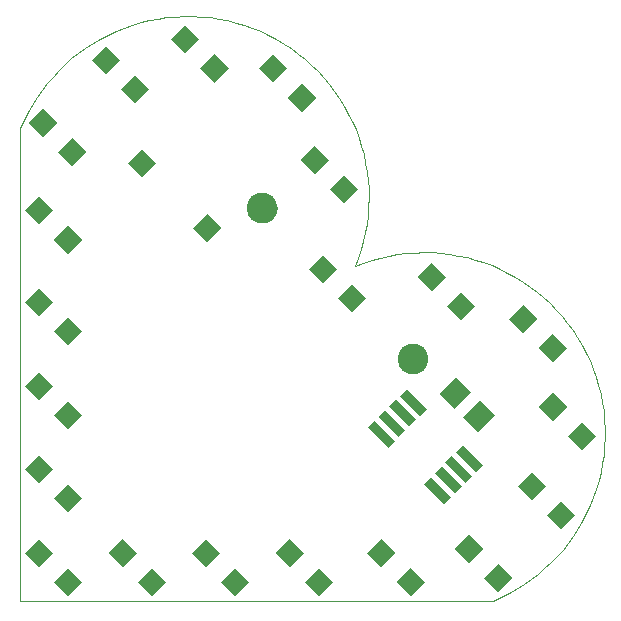
<source format=gbs>
G75*
G70*
%OFA0B0*%
%FSLAX24Y24*%
%IPPOS*%
%LPD*%
%AMOC8*
5,1,8,0,0,1.08239X$1,22.5*
%
%ADD10C,0.0000*%
%ADD11C,0.1025*%
%ADD12R,0.0671X0.0671*%
%ADD13R,0.0710X0.0789*%
%ADD14R,0.0320X0.0950*%
D10*
X009756Y010038D02*
X025504Y010038D01*
X025771Y010155D01*
X026032Y010285D01*
X026287Y010428D01*
X026534Y010582D01*
X026773Y010749D01*
X027005Y010927D01*
X027227Y011115D01*
X027440Y011315D01*
X027643Y011524D01*
X027835Y011743D01*
X028017Y011971D01*
X028188Y012207D01*
X028347Y012452D01*
X028494Y012704D01*
X028629Y012962D01*
X028751Y013227D01*
X028860Y013498D01*
X028956Y013773D01*
X029038Y014053D01*
X029107Y014336D01*
X029162Y014622D01*
X029203Y014911D01*
X029231Y015201D01*
X029244Y015493D01*
X029243Y015784D01*
X029228Y016076D01*
X029199Y016366D01*
X029156Y016654D01*
X029099Y016940D01*
X029028Y017223D01*
X028944Y017502D01*
X028846Y017777D01*
X028735Y018047D01*
X028611Y018311D01*
X028475Y018568D01*
X028326Y018819D01*
X028166Y019063D01*
X027994Y019298D01*
X027810Y019525D01*
X027616Y019743D01*
X027412Y019951D01*
X027198Y020148D01*
X026974Y020336D01*
X026742Y020512D01*
X026501Y020677D01*
X026253Y020830D01*
X025998Y020971D01*
X025736Y021099D01*
X025468Y021215D01*
X025195Y021317D01*
X024918Y021407D01*
X024636Y021482D01*
X024351Y021544D01*
X024063Y021592D01*
X023774Y021627D01*
X023483Y021647D01*
X023191Y021653D01*
X022900Y021645D01*
X022609Y021623D01*
X022320Y021587D01*
X022032Y021537D01*
X021748Y021473D01*
X021467Y021395D01*
X021190Y021304D01*
X020917Y021200D01*
X017357Y023123D02*
X017359Y023166D01*
X017365Y023208D01*
X017375Y023250D01*
X017388Y023291D01*
X017405Y023331D01*
X017426Y023368D01*
X017450Y023404D01*
X017477Y023437D01*
X017507Y023468D01*
X017540Y023496D01*
X017575Y023521D01*
X017612Y023542D01*
X017651Y023560D01*
X017691Y023574D01*
X017733Y023585D01*
X017775Y023592D01*
X017818Y023595D01*
X017861Y023594D01*
X017904Y023589D01*
X017946Y023580D01*
X017987Y023568D01*
X018027Y023552D01*
X018065Y023532D01*
X018101Y023509D01*
X018135Y023482D01*
X018167Y023453D01*
X018195Y023421D01*
X018221Y023386D01*
X018243Y023350D01*
X018262Y023311D01*
X018277Y023271D01*
X018289Y023230D01*
X018297Y023187D01*
X018301Y023144D01*
X018301Y023102D01*
X018297Y023059D01*
X018289Y023016D01*
X018277Y022975D01*
X018262Y022935D01*
X018243Y022896D01*
X018221Y022860D01*
X018195Y022825D01*
X018167Y022793D01*
X018135Y022764D01*
X018101Y022737D01*
X018065Y022714D01*
X018027Y022694D01*
X017987Y022678D01*
X017946Y022666D01*
X017904Y022657D01*
X017861Y022652D01*
X017818Y022651D01*
X017775Y022654D01*
X017733Y022661D01*
X017691Y022672D01*
X017651Y022686D01*
X017612Y022704D01*
X017575Y022725D01*
X017540Y022750D01*
X017507Y022778D01*
X017477Y022809D01*
X017450Y022842D01*
X017426Y022878D01*
X017405Y022915D01*
X017388Y022955D01*
X017375Y022996D01*
X017365Y023038D01*
X017359Y023080D01*
X017357Y023123D01*
X020918Y021199D02*
X021022Y021472D01*
X021113Y021749D01*
X021191Y022030D01*
X021255Y022314D01*
X021305Y022602D01*
X021341Y022891D01*
X021363Y023182D01*
X021371Y023473D01*
X021365Y023765D01*
X021345Y024056D01*
X021310Y024345D01*
X021262Y024633D01*
X021200Y024918D01*
X021125Y025200D01*
X021035Y025477D01*
X020933Y025750D01*
X020817Y026018D01*
X020689Y026280D01*
X020548Y026535D01*
X020395Y026783D01*
X020230Y027024D01*
X020054Y027256D01*
X019866Y027480D01*
X019669Y027694D01*
X019461Y027898D01*
X019243Y028092D01*
X019016Y028276D01*
X018781Y028448D01*
X018537Y028608D01*
X018286Y028757D01*
X018029Y028893D01*
X017765Y029017D01*
X017495Y029128D01*
X017220Y029226D01*
X016941Y029310D01*
X016658Y029381D01*
X016372Y029438D01*
X016084Y029481D01*
X015794Y029510D01*
X015502Y029525D01*
X015211Y029526D01*
X014919Y029513D01*
X014629Y029485D01*
X014340Y029444D01*
X014054Y029389D01*
X013771Y029320D01*
X013491Y029238D01*
X013216Y029142D01*
X012945Y029033D01*
X012680Y028911D01*
X012422Y028776D01*
X012170Y028629D01*
X011925Y028470D01*
X011689Y028299D01*
X011461Y028117D01*
X011242Y027925D01*
X011033Y027722D01*
X010833Y027509D01*
X010645Y027287D01*
X010467Y027055D01*
X010300Y026816D01*
X010146Y026569D01*
X010003Y026314D01*
X009873Y026053D01*
X009756Y025786D01*
X009756Y010038D01*
X022368Y018112D02*
X022370Y018155D01*
X022376Y018197D01*
X022386Y018239D01*
X022399Y018280D01*
X022416Y018320D01*
X022437Y018357D01*
X022461Y018393D01*
X022488Y018426D01*
X022518Y018457D01*
X022551Y018485D01*
X022586Y018510D01*
X022623Y018531D01*
X022662Y018549D01*
X022702Y018563D01*
X022744Y018574D01*
X022786Y018581D01*
X022829Y018584D01*
X022872Y018583D01*
X022915Y018578D01*
X022957Y018569D01*
X022998Y018557D01*
X023038Y018541D01*
X023076Y018521D01*
X023112Y018498D01*
X023146Y018471D01*
X023178Y018442D01*
X023206Y018410D01*
X023232Y018375D01*
X023254Y018339D01*
X023273Y018300D01*
X023288Y018260D01*
X023300Y018219D01*
X023308Y018176D01*
X023312Y018133D01*
X023312Y018091D01*
X023308Y018048D01*
X023300Y018005D01*
X023288Y017964D01*
X023273Y017924D01*
X023254Y017885D01*
X023232Y017849D01*
X023206Y017814D01*
X023178Y017782D01*
X023146Y017753D01*
X023112Y017726D01*
X023076Y017703D01*
X023038Y017683D01*
X022998Y017667D01*
X022957Y017655D01*
X022915Y017646D01*
X022872Y017641D01*
X022829Y017640D01*
X022786Y017643D01*
X022744Y017650D01*
X022702Y017661D01*
X022662Y017675D01*
X022623Y017693D01*
X022586Y017714D01*
X022551Y017739D01*
X022518Y017767D01*
X022488Y017798D01*
X022461Y017831D01*
X022437Y017867D01*
X022416Y017904D01*
X022399Y017944D01*
X022386Y017985D01*
X022376Y018027D01*
X022370Y018069D01*
X022368Y018112D01*
D11*
X022840Y018112D03*
X017829Y023123D03*
D12*
G36*
X019096Y024723D02*
X019569Y025196D01*
X020042Y024723D01*
X019569Y024250D01*
X019096Y024723D01*
G37*
G36*
X020071Y023749D02*
X020544Y024222D01*
X021017Y023749D01*
X020544Y023276D01*
X020071Y023749D01*
G37*
G36*
X019375Y021104D02*
X019848Y021577D01*
X020321Y021104D01*
X019848Y020631D01*
X019375Y021104D01*
G37*
G36*
X020349Y020130D02*
X020822Y020603D01*
X021295Y020130D01*
X020822Y019657D01*
X020349Y020130D01*
G37*
G36*
X022994Y020826D02*
X023467Y021299D01*
X023940Y020826D01*
X023467Y020353D01*
X022994Y020826D01*
G37*
G36*
X023968Y019852D02*
X024441Y020325D01*
X024914Y019852D01*
X024441Y019379D01*
X023968Y019852D01*
G37*
G36*
X026056Y019434D02*
X026529Y019907D01*
X027002Y019434D01*
X026529Y018961D01*
X026056Y019434D01*
G37*
G36*
X027031Y018460D02*
X027504Y018933D01*
X027977Y018460D01*
X027504Y017987D01*
X027031Y018460D01*
G37*
G36*
X027030Y016511D02*
X027503Y016984D01*
X027976Y016511D01*
X027503Y016038D01*
X027030Y016511D01*
G37*
G36*
X028005Y015537D02*
X028478Y016010D01*
X028951Y015537D01*
X028478Y015064D01*
X028005Y015537D01*
G37*
G36*
X026335Y013866D02*
X026808Y014339D01*
X027281Y013866D01*
X026808Y013393D01*
X026335Y013866D01*
G37*
G36*
X027309Y012892D02*
X027782Y013365D01*
X028255Y012892D01*
X027782Y012419D01*
X027309Y012892D01*
G37*
G36*
X025221Y010804D02*
X025694Y011277D01*
X026167Y010804D01*
X025694Y010331D01*
X025221Y010804D01*
G37*
G36*
X024247Y011778D02*
X024720Y012251D01*
X025193Y011778D01*
X024720Y011305D01*
X024247Y011778D01*
G37*
G36*
X022298Y010665D02*
X022771Y011138D01*
X023244Y010665D01*
X022771Y010192D01*
X022298Y010665D01*
G37*
G36*
X021324Y011639D02*
X021797Y012112D01*
X022270Y011639D01*
X021797Y011166D01*
X021324Y011639D01*
G37*
G36*
X019236Y010665D02*
X019709Y011138D01*
X020182Y010665D01*
X019709Y010192D01*
X019236Y010665D01*
G37*
G36*
X018261Y011639D02*
X018734Y012112D01*
X019207Y011639D01*
X018734Y011166D01*
X018261Y011639D01*
G37*
G36*
X016452Y010665D02*
X016925Y011138D01*
X017398Y010665D01*
X016925Y010192D01*
X016452Y010665D01*
G37*
G36*
X015477Y011639D02*
X015950Y012112D01*
X016423Y011639D01*
X015950Y011166D01*
X015477Y011639D01*
G37*
G36*
X013668Y010665D02*
X014141Y011138D01*
X014614Y010665D01*
X014141Y010192D01*
X013668Y010665D01*
G37*
G36*
X012693Y011639D02*
X013166Y012112D01*
X013639Y011639D01*
X013166Y011166D01*
X012693Y011639D01*
G37*
G36*
X010884Y010665D02*
X011357Y011138D01*
X011830Y010665D01*
X011357Y010192D01*
X010884Y010665D01*
G37*
G36*
X009910Y011639D02*
X010383Y012112D01*
X010856Y011639D01*
X010383Y011166D01*
X009910Y011639D01*
G37*
G36*
X010884Y013449D02*
X011357Y013922D01*
X011830Y013449D01*
X011357Y012976D01*
X010884Y013449D01*
G37*
G36*
X009910Y014423D02*
X010383Y014896D01*
X010856Y014423D01*
X010383Y013950D01*
X009910Y014423D01*
G37*
G36*
X010884Y016233D02*
X011357Y016706D01*
X011830Y016233D01*
X011357Y015760D01*
X010884Y016233D01*
G37*
G36*
X009910Y017207D02*
X010383Y017680D01*
X010856Y017207D01*
X010383Y016734D01*
X009910Y017207D01*
G37*
G36*
X010884Y019016D02*
X011357Y019489D01*
X011830Y019016D01*
X011357Y018543D01*
X010884Y019016D01*
G37*
G36*
X009910Y019991D02*
X010383Y020464D01*
X010856Y019991D01*
X010383Y019518D01*
X009910Y019991D01*
G37*
G36*
X010884Y022079D02*
X011357Y022552D01*
X011830Y022079D01*
X011357Y021606D01*
X010884Y022079D01*
G37*
G36*
X009910Y023053D02*
X010383Y023526D01*
X010856Y023053D01*
X010383Y022580D01*
X009910Y023053D01*
G37*
G36*
X011023Y025002D02*
X011496Y025475D01*
X011969Y025002D01*
X011496Y024529D01*
X011023Y025002D01*
G37*
G36*
X010049Y025976D02*
X010522Y026449D01*
X010995Y025976D01*
X010522Y025503D01*
X010049Y025976D01*
G37*
G36*
X012137Y028064D02*
X012610Y028537D01*
X013083Y028064D01*
X012610Y027591D01*
X012137Y028064D01*
G37*
G36*
X013111Y027090D02*
X013584Y027563D01*
X014057Y027090D01*
X013584Y026617D01*
X013111Y027090D01*
G37*
G36*
X014781Y028760D02*
X015254Y029233D01*
X015727Y028760D01*
X015254Y028287D01*
X014781Y028760D01*
G37*
G36*
X015756Y027786D02*
X016229Y028259D01*
X016702Y027786D01*
X016229Y027313D01*
X015756Y027786D01*
G37*
G36*
X017704Y027786D02*
X018177Y028259D01*
X018650Y027786D01*
X018177Y027313D01*
X017704Y027786D01*
G37*
G36*
X018679Y026811D02*
X019152Y027284D01*
X019625Y026811D01*
X019152Y026338D01*
X018679Y026811D01*
G37*
G36*
X015992Y021981D02*
X015519Y022454D01*
X015992Y022927D01*
X016465Y022454D01*
X015992Y021981D01*
G37*
G36*
X013821Y024153D02*
X013348Y024626D01*
X013821Y025099D01*
X014294Y024626D01*
X013821Y024153D01*
G37*
D13*
G36*
X024233Y016441D02*
X023731Y016943D01*
X024287Y017499D01*
X024789Y016997D01*
X024233Y016441D01*
G37*
G36*
X025013Y015662D02*
X024511Y016164D01*
X025067Y016720D01*
X025569Y016218D01*
X025013Y015662D01*
G37*
D14*
G36*
X024280Y015000D02*
X024507Y015227D01*
X025178Y014556D01*
X024951Y014329D01*
X024280Y015000D01*
G37*
G36*
X023926Y014647D02*
X024153Y014874D01*
X024824Y014203D01*
X024597Y013976D01*
X023926Y014647D01*
G37*
G36*
X023573Y014293D02*
X023800Y014520D01*
X024471Y013849D01*
X024244Y013622D01*
X023573Y014293D01*
G37*
G36*
X023219Y013940D02*
X023446Y014167D01*
X024117Y013496D01*
X023890Y013269D01*
X023219Y013940D01*
G37*
G36*
X021345Y015814D02*
X021572Y016041D01*
X022243Y015370D01*
X022016Y015143D01*
X021345Y015814D01*
G37*
G36*
X021699Y016167D02*
X021926Y016394D01*
X022597Y015723D01*
X022370Y015496D01*
X021699Y016167D01*
G37*
G36*
X022052Y016521D02*
X022279Y016748D01*
X022950Y016077D01*
X022723Y015850D01*
X022052Y016521D01*
G37*
G36*
X022406Y016874D02*
X022633Y017101D01*
X023304Y016430D01*
X023077Y016203D01*
X022406Y016874D01*
G37*
M02*

</source>
